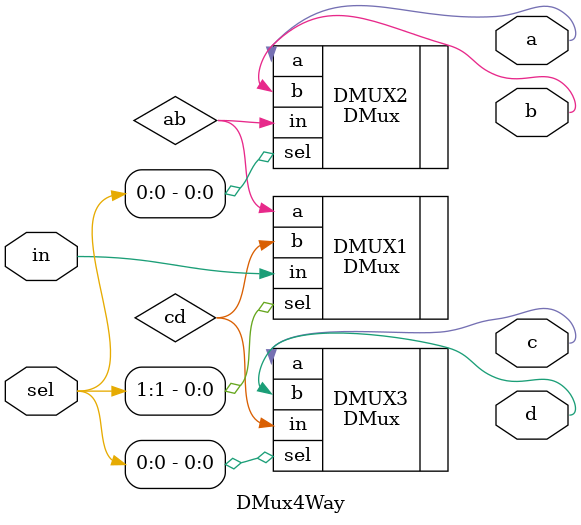
<source format=v>
/**
 * 4-way demultiplexor:
 * {a, b, c, d} = {in, 0, 0, 0} if sel == 00
 *                {0, in, 0, 0} if sel == 01
 *                {0, 0, in, 0} if sel == 10
 *                {0, 0, 0, in} if sel == 11
 */
 `include "DMux.v"
module DMux4Way(
	input wire in,
	input wire [1:0] sel,
    output wire a,
	output wire b,
	output wire c,
	output wire d
	);
// your implementation comes here:
    // DMux(in=in, sel=sel[1], a=ab, b=cd);
    // DMux(in=ab, sel=sel[0], a=a, b=b);
    // DMux(in=cd, sel=sel[0], a=c, b=d);
    wire ab;
    wire cd;
    DMux DMUX1(.in(in), .sel(sel[1]), .a(ab), .b(cd));
    DMux DMUX2(.in(ab), .sel(sel[0]), .a(a), .b(b));
    DMux DMUX3(.in(cd), .sel(sel[0]), .a(c), .b(d));


endmodule

</source>
